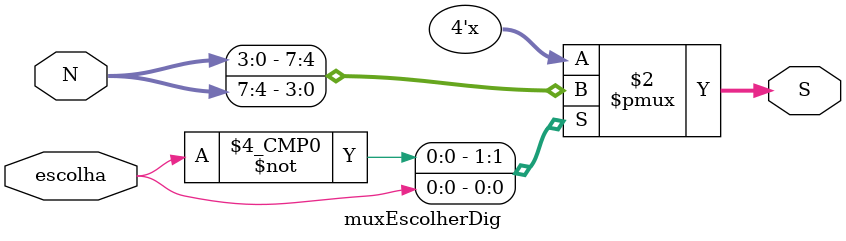
<source format=v>
module muxEscolherDig(N, escolha, S);
	input [7:0] N;
	input escolha;
	output reg [3:0] S;

	always @* begin
		case (escolha)
			1'b0 : begin 
				S = N[3:0];
			end
			1'b1 : begin 
				S = N[7:4];
			end
		endcase 
	end
	

endmodule 
</source>
